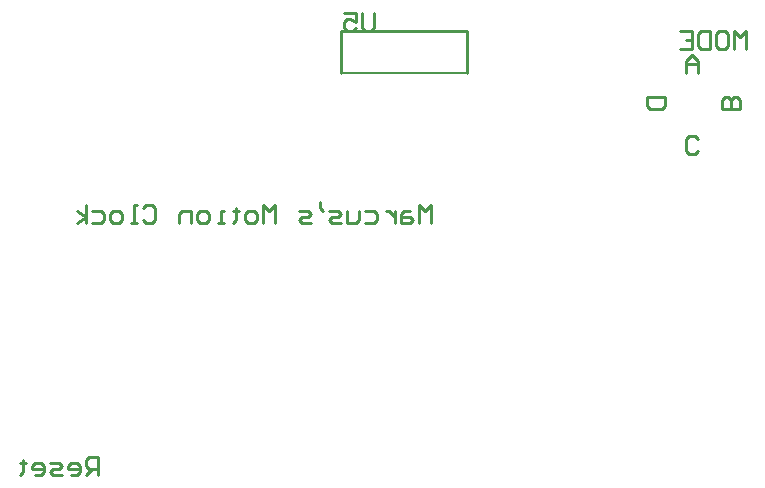
<source format=gbo>
G04*
G04 #@! TF.GenerationSoftware,Altium Limited,Altium Designer,21.7.2 (23)*
G04*
G04 Layer_Color=32896*
%FSLAX25Y25*%
%MOIN*%
G70*
G04*
G04 #@! TF.SameCoordinates,0C849742-41F4-41D9-88AD-3FE1B0ACC188*
G04*
G04*
G04 #@! TF.FilePolarity,Positive*
G04*
G01*
G75*
%ADD10C,0.00787*%
%ADD11C,0.01000*%
D10*
X111000Y157000D02*
X153000D01*
D11*
Y171000D01*
X111000Y157000D02*
Y171000D01*
X153000D01*
X246000Y165000D02*
Y170998D01*
X244001Y168999D01*
X242001Y170998D01*
Y165000D01*
X237003Y170998D02*
X239002D01*
X240002Y169998D01*
Y166000D01*
X239002Y165000D01*
X237003D01*
X236003Y166000D01*
Y169998D01*
X237003Y170998D01*
X234004D02*
Y165000D01*
X231005D01*
X230005Y166000D01*
Y169998D01*
X231005Y170998D01*
X234004D01*
X224007D02*
X228006D01*
Y165000D01*
X224007D01*
X228006Y167999D02*
X226007D01*
X229999Y131002D02*
X228999Y130002D01*
X227000D01*
X226000Y131002D01*
Y135000D01*
X227000Y136000D01*
X228999D01*
X229999Y135000D01*
X213002Y149000D02*
X219000D01*
Y146001D01*
X218000Y145001D01*
X214002D01*
X213002Y146001D01*
Y149000D01*
X243998Y145000D02*
X238000D01*
Y147999D01*
X239000Y148999D01*
X239999D01*
X240999Y147999D01*
Y145000D01*
Y147999D01*
X241999Y148999D01*
X242998D01*
X243998Y147999D01*
Y145000D01*
X230000Y157000D02*
Y160999D01*
X228001Y162998D01*
X226001Y160999D01*
Y157000D01*
Y159999D01*
X230000D01*
X30000Y23000D02*
Y28998D01*
X27001D01*
X26001Y27998D01*
Y25999D01*
X27001Y24999D01*
X30000D01*
X28001D02*
X26001Y23000D01*
X21003D02*
X23002D01*
X24002Y24000D01*
Y25999D01*
X23002Y26999D01*
X21003D01*
X20003Y25999D01*
Y24999D01*
X24002D01*
X18004Y23000D02*
X15005D01*
X14005Y24000D01*
X15005Y24999D01*
X17004D01*
X18004Y25999D01*
X17004Y26999D01*
X14005D01*
X9007Y23000D02*
X11006D01*
X12006Y24000D01*
Y25999D01*
X11006Y26999D01*
X9007D01*
X8007Y25999D01*
Y24999D01*
X12006D01*
X5008Y27998D02*
Y26999D01*
X6008D01*
X4008D01*
X5008D01*
Y24000D01*
X4008Y23000D01*
X141000Y107000D02*
Y112998D01*
X139001Y110999D01*
X137001Y112998D01*
Y107000D01*
X134002Y110999D02*
X132003D01*
X131003Y109999D01*
Y107000D01*
X134002D01*
X135002Y108000D01*
X134002Y108999D01*
X131003D01*
X129004Y110999D02*
Y107000D01*
Y108999D01*
X128004Y109999D01*
X127005Y110999D01*
X126005D01*
X119007D02*
X122006D01*
X123006Y109999D01*
Y108000D01*
X122006Y107000D01*
X119007D01*
X117008Y110999D02*
Y108000D01*
X116008Y107000D01*
X113009D01*
Y110999D01*
X111010Y107000D02*
X108011D01*
X107011Y108000D01*
X108011Y108999D01*
X110010D01*
X111010Y109999D01*
X110010Y110999D01*
X107011D01*
X104012Y113998D02*
Y111998D01*
X105012Y110999D01*
X101013Y107000D02*
X98014D01*
X97014Y108000D01*
X98014Y108999D01*
X100013D01*
X101013Y109999D01*
X100013Y110999D01*
X97014D01*
X89017Y107000D02*
Y112998D01*
X87018Y110999D01*
X85018Y112998D01*
Y107000D01*
X82019D02*
X80020D01*
X79020Y108000D01*
Y109999D01*
X80020Y110999D01*
X82019D01*
X83019Y109999D01*
Y108000D01*
X82019Y107000D01*
X76021Y111998D02*
Y110999D01*
X77021D01*
X75021D01*
X76021D01*
Y108000D01*
X75021Y107000D01*
X72022D02*
X70023D01*
X71023D01*
Y110999D01*
X72022D01*
X66024Y107000D02*
X64025D01*
X63025Y108000D01*
Y109999D01*
X64025Y110999D01*
X66024D01*
X67024Y109999D01*
Y108000D01*
X66024Y107000D01*
X61026D02*
Y110999D01*
X58027D01*
X57027Y109999D01*
Y107000D01*
X45031Y111998D02*
X46031Y112998D01*
X48030D01*
X49030Y111998D01*
Y108000D01*
X48030Y107000D01*
X46031D01*
X45031Y108000D01*
X43032Y107000D02*
X41032D01*
X42032D01*
Y112998D01*
X43032D01*
X37034Y107000D02*
X35034D01*
X34035Y108000D01*
Y109999D01*
X35034Y110999D01*
X37034D01*
X38033Y109999D01*
Y108000D01*
X37034Y107000D01*
X28036Y110999D02*
X31036D01*
X32035Y109999D01*
Y108000D01*
X31036Y107000D01*
X28036D01*
X26037D02*
Y112998D01*
Y108999D02*
X23038Y110999D01*
X26037Y108999D02*
X23038Y107000D01*
X121998Y176999D02*
Y172001D01*
X120999Y171001D01*
X118999D01*
X118000Y172001D01*
Y176999D01*
X112002D02*
X116000D01*
Y174000D01*
X114001Y175000D01*
X113001D01*
X112002Y174000D01*
Y172001D01*
X113001Y171001D01*
X115001D01*
X116000Y172001D01*
M02*

</source>
